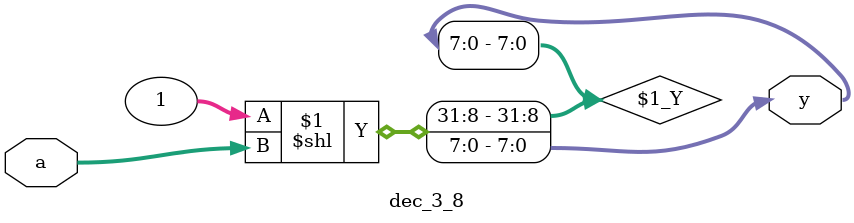
<source format=sv>
`timescale 1ns / 1ps


module dec_3_8(
    input logic[2:0] a,
    output logic [7:0] y
    );
     assign y = 1<<a;
endmodule
</source>
